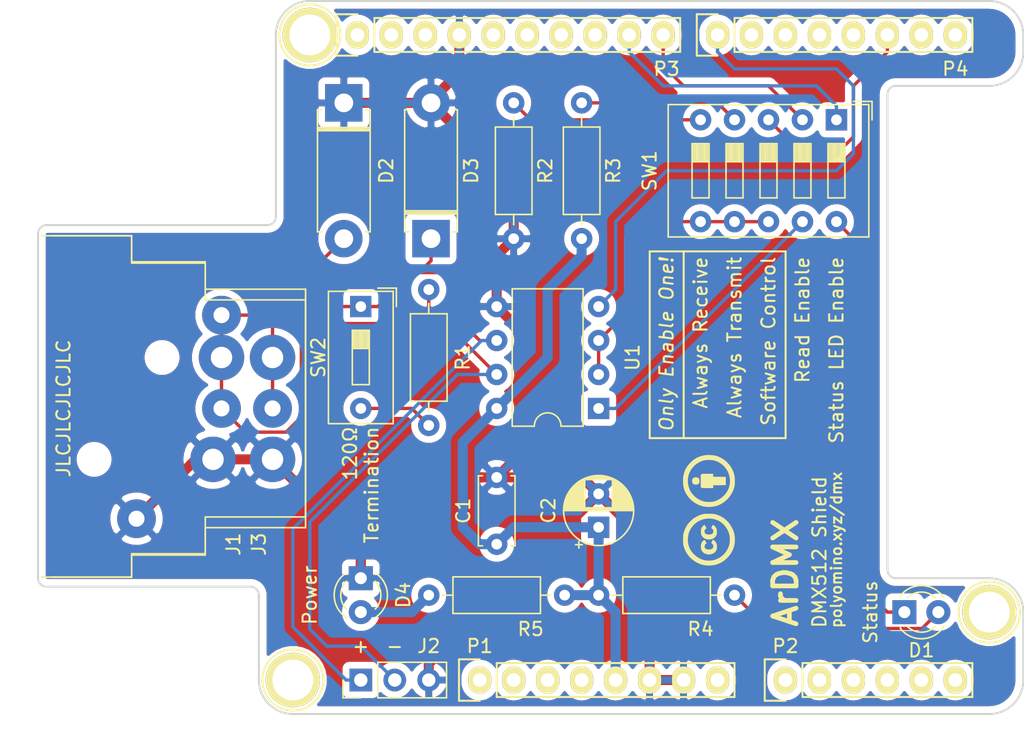
<source format=kicad_pcb>
(kicad_pcb (version 20171130) (host pcbnew "(5.1.5)-3")
  (title_block (date "lun. 30 mars 2015"))
  (layers (0 F.Cu signal) (31 B.Cu signal) (34 B.Paste user) (35 F.Paste user) (36 B.SilkS user) (37 F.SilkS user) (38 B.Mask user) (39 F.Mask user) (44 Edge.Cuts user))
  (net 0 "")
  (net 1 /IOREF)
  (net 2 /Reset)
  (net 3 +5V)
  (net 4 GND)
  (net 5 /Vin)
  (net 6 /A0)
  (net 7 /A1)
  (net 8 /A2)
  (net 9 /A3)
  (net 10 /AREF)
  (net 11 "/A4(SDA)")
  (net 12 "/A5(SCL)")
  (net 13 "/9(**)")
  (net 14 /8)
  (net 15 /7)
  (net 16 "/6(**)")
  (net 17 "/5(**)")
  (net 18 /4)
  (net 19 "/3(**)")
  (net 20 /2)
  (net 21 "/1(Tx)")
  (net 22 "/0(Rx)")
  (net 23 "Net-(P5-Pad1)")
  (net 24 "Net-(P6-Pad1)")
  (net 25 "Net-(P7-Pad1)")
  (net 26 "/13(SCK)")
  (net 27 "/10(**/SS)")
  (net 28 "Net-(P1-Pad1)")
  (net 29 +3V3)
  (net 30 "/12(MISO)")
  (net 31 "/11(**/MOSI)")
  (net 32 "Net-(R1-Pad2)")
  (net 33 "Net-(R2-Pad1)")
  (net 34 "Net-(R3-Pad1)")
  (net 35 /StatusLED)
  (net 36 /ReadOutput)
  (net 37 /ReadWriteControl)
  (net 38 /DMX+)
  (net 39 /DMX-)
  (net 40 "Net-(D1-Pad2)")
  (net 41 "/A5(SCL)2")
  (net 42 "/A4(SDA)2")
  (net 43 "Net-(D4-Pad2)")
  (module Connector_Audio:Jack_XLR_Neutrik_NC5FAH-DA_Horizontal (layer F.Cu) (at 123.449 107.315 180)
    (fp_text reference J1 (at 2.926 -6.35 270) (layer F.SilkS))
    (fp_text value XLR5)
    (pad 3 thru_hole circle (at 0 3.81 180) (size 2.9 2.9) (drill 1.2) (layers *.Cu *.Mask) (net 38 /DMX+))
    (pad G thru_hole circle (at 10.17 -4.44 180) (size 2.9 2.9) (drill 1.2) (layers *.Cu *.Mask) (net 4 GND))
    (pad 5 thru_hole circle (at 0 7.62 180) (size 3.4 3.4) (drill 1.6) (layers *.Cu *.Mask) (net 38 /DMX+))
    (pad "" np_thru_hole circle (at 8.26 7.62 180) (size 1.6 1.6) (drill 1.6) (layers *.Cu *.Mask))
    (pad "" np_thru_hole circle (at 13.34 0 180) (size 1.6 1.6) (drill 1.6) (layers *.Cu *.Mask))
    (pad 4 thru_hole circle (at 3.815 10.79 180) (size 2.9 2.9) (drill 1.2) (layers *.Cu *.Mask) (net 39 /DMX-))
    (pad 2 thru_hole circle (at 3.815 3.81 180) (size 2.9 2.9) (drill 1.2) (layers *.Cu *.Mask) (net 39 /DMX-))
    (pad 1 thru_hole circle (at 0 0 180) (size 3.4 3.4) (drill 1.6) (layers *.Cu *.Mask) (net 4 GND))
  )
  (module Logo:license (layer F.Cu) (at 156.083 111.125 90)
    (fp_text reference G*** hide)
    (fp_text value LOGO hide)
  )
  (module Connector_Audio:Jack_XLR_Neutrik_NC3FAH1-DA_Horizontal (layer F.Cu) (at 118.999 107.315 180)
    (fp_text reference J3 (at -3.429 -6.35 90) (layer F.SilkS))
    (fp_text value XLR3)
    (pad 2 thru_hole circle (at -0.635 7.62 180) (size 3.4 3.4) (drill 1.6) (layers *.Cu *.Mask) (net 39 /DMX-))
    (pad 1 thru_hole circle (at 0 0 180) (size 3.4 3.4) (drill 1.6) (layers *.Cu *.Mask) (net 4 GND))
  )
  (module Connector_PinHeader_2.54mm:PinHeader_1x03_P2.54mm_Vertical (layer F.Cu) (at 130.048 123.825 90)
    (fp_text reference J2 (at 2.54 5.08 180) (layer F.SilkS))
    (fp_text value Conn_01x03)
    (pad 3 thru_hole oval (at 0 5.08 90) (size 1.7 1.7) (drill 1) (layers *.Cu *.Mask) (net 4 GND))
    (pad 2 thru_hole oval (at 0 2.54 90) (size 1.7 1.7) (drill 1) (layers *.Cu *.Mask) (net 39 /DMX-))
    (pad 1 thru_hole rect (at 0 0 90) (size 1.7 1.7) (drill 1) (layers *.Cu *.Mask) (net 38 /DMX+))
  )
  (module LED_THT:LED_D3.0mm (layer F.Cu) (at 130.048 116.205 270)
    (fp_text reference D4 (at 1.27 -3.175 90) (layer F.SilkS))
    (fp_text value LED)
    (pad 2 thru_hole circle (at 2.54 0 270) (size 1.8 1.8) (drill 0.9) (layers *.Cu *.Mask) (net 43 "Net-(D4-Pad2)"))
    (pad 1 thru_hole rect (at 0 0 270) (size 1.8 1.8) (drill 0.9) (layers *.Cu *.Mask) (net 4 GND))
  )
  (module Resistor_THT:R_Axial_DIN0207_L6.3mm_D2.5mm_P10.16mm_Horizontal (layer F.Cu) (at 145.288 117.475 180)
    (fp_text reference R5 (at 2.54 -2.54 180) (layer F.SilkS))
    (fp_text value 220R)
    (pad 2 thru_hole oval (at 10.16 0 180) (size 1.6 1.6) (drill 0.8) (layers *.Cu *.Mask) (net 43 "Net-(D4-Pad2)"))
    (pad 1 thru_hole circle (at 0 0 180) (size 1.6 1.6) (drill 0.8) (layers *.Cu *.Mask) (net 3 +5V))
  )
  (module Button_Switch_THT:SW_DIP_SPSTx01_Slide_9.78x4.72mm_W7.62mm_P2.54mm (layer F.Cu) (at 130.048 95.885 270)
    (fp_text reference SW2 (at 3.81 3.175 90) (layer F.SilkS))
    (fp_text value SW_DIP_x01)
    (pad 2 thru_hole oval (at 7.62 0 270) (size 1.6 1.6) (drill 0.8) (layers *.Cu *.Mask) (net 32 "Net-(R1-Pad2)"))
    (pad 1 thru_hole rect (at 0 0 270) (size 1.6 1.6) (drill 0.8) (layers *.Cu *.Mask) (net 38 /DMX+))
  )
  (module Diode_THT:D_5W_P10.16mm_Horizontal (layer F.Cu) (at 135.298 90.805 90)
    (fp_text reference D3 (at 5.08 3.005 90) (layer F.SilkS))
    (fp_text value D_Zener)
    (pad 2 thru_hole oval (at 10.16 0 90) (size 2.8 2.8) (drill 1.4) (layers *.Cu *.Mask) (net 4 GND))
    (pad 1 thru_hole rect (at 0 0 90) (size 2.8 2.8) (drill 1.4) (layers *.Cu *.Mask) (net 38 /DMX+))
  )
  (module Diode_THT:D_5W_P10.16mm_Horizontal (layer F.Cu) (at 128.778 80.645 270)
    (fp_text reference D2 (at 5.08 -3.175 90) (layer F.SilkS))
    (fp_text value D_Zener)
    (pad 2 thru_hole oval (at 10.16 0 270) (size 2.8 2.8) (drill 1.4) (layers *.Cu *.Mask) (net 39 /DMX-))
    (pad 1 thru_hole rect (at 0 0 270) (size 2.8 2.8) (drill 1.4) (layers *.Cu *.Mask) (net 4 GND))
  )
  (module Button_Switch_THT:SW_DIP_SPSTx05_Slide_9.78x14.88mm_W7.62mm_P2.54mm (layer F.Cu) (at 165.608 81.915 270)
    (fp_text reference SW1 (at 3.81 13.97 90) (layer F.SilkS))
    (fp_text value SW_DIP_x05)
    (pad 10 thru_hole oval (at 7.62 0 270) (size 1.6 1.6) (drill 0.8) (layers *.Cu *.Mask) (net 35 /StatusLED))
    (pad 5 thru_hole oval (at 0 10.16 270) (size 1.6 1.6) (drill 0.8) (layers *.Cu *.Mask) (net 33 "Net-(R2-Pad1)"))
    (pad 9 thru_hole oval (at 7.62 2.54 270) (size 1.6 1.6) (drill 0.8) (layers *.Cu *.Mask) (net 36 /ReadOutput))
    (pad 4 thru_hole oval (at 0 7.62 270) (size 1.6 1.6) (drill 0.8) (layers *.Cu *.Mask) (net 34 "Net-(R3-Pad1)"))
    (pad 8 thru_hole oval (at 7.62 5.08 270) (size 1.6 1.6) (drill 0.8) (layers *.Cu *.Mask) (net 37 /ReadWriteControl))
    (pad 3 thru_hole oval (at 0 5.08 270) (size 1.6 1.6) (drill 0.8) (layers *.Cu *.Mask) (net 20 /2))
    (pad 7 thru_hole oval (at 7.62 7.62 270) (size 1.6 1.6) (drill 0.8) (layers *.Cu *.Mask) (net 37 /ReadWriteControl))
    (pad 2 thru_hole oval (at 0 2.54 270) (size 1.6 1.6) (drill 0.8) (layers *.Cu *.Mask) (net 14 /8))
    (pad 6 thru_hole oval (at 7.62 10.16 270) (size 1.6 1.6) (drill 0.8) (layers *.Cu *.Mask) (net 37 /ReadWriteControl))
    (pad 1 thru_hole rect (at 0 0 270) (size 1.6 1.6) (drill 0.8) (layers *.Cu *.Mask) (net 13 "/9(**)"))
  )
  (module Capacitor_THT:CP_Radial_D5.0mm_P2.50mm (layer F.Cu) (at 147.828 112.395 90)
    (fp_text reference C2 (at 1.25 -3.75 90) (layer F.SilkS))
    (fp_text value 10uF)
    (pad 2 thru_hole circle (at 2.5 0 90) (size 1.6 1.6) (drill 0.8) (layers *.Cu *.Mask) (net 4 GND))
    (pad 1 thru_hole rect (at 0 0 90) (size 1.6 1.6) (drill 0.8) (layers *.Cu *.Mask) (net 3 +5V))
  )
  (module Capacitor_THT:C_Disc_D5.0mm_W2.5mm_P5.00mm (layer F.Cu) (at 140.208 113.665 90)
    (fp_text reference C1 (at 2.5 -2.5 90) (layer F.SilkS))
    (fp_text value 2.2nF)
    (pad 2 thru_hole circle (at 5 0 90) (size 1.6 1.6) (drill 0.8) (layers *.Cu *.Mask) (net 4 GND))
    (pad 1 thru_hole circle (at 0 0 90) (size 1.6 1.6) (drill 0.8) (layers *.Cu *.Mask) (net 3 +5V))
  )
  (module Resistor_THT:R_Axial_DIN0207_L6.3mm_D2.5mm_P10.16mm_Horizontal (layer F.Cu) (at 147.828 117.475)
    (fp_text reference R4 (at 7.62 2.54 180) (layer F.SilkS))
    (fp_text value 220R)
    (pad 2 thru_hole oval (at 10.16 0) (size 1.6 1.6) (drill 0.8) (layers *.Cu *.Mask) (net 40 "Net-(D1-Pad2)"))
    (pad 1 thru_hole circle (at 0 0) (size 1.6 1.6) (drill 0.8) (layers *.Cu *.Mask) (net 3 +5V))
  )
  (module LED_THT:LED_D3.0mm (layer F.Cu) (at 170.688 118.745)
    (fp_text reference D1 (at 1.27 2.8575 180) (layer F.SilkS))
    (fp_text value LED)
    (pad 2 thru_hole circle (at 2.54 0) (size 1.8 1.8) (drill 0.9) (layers *.Cu *.Mask) (net 40 "Net-(D1-Pad2)"))
    (pad 1 thru_hole rect (at 0 0) (size 1.8 1.8) (drill 0.9) (layers *.Cu *.Mask) (net 35 /StatusLED))
  )
  (module Resistor_THT:R_Axial_DIN0207_L6.3mm_D2.5mm_P10.16mm_Horizontal (layer F.Cu) (at 146.558 80.645 270)
    (fp_text reference R3 (at 5.08 -2.37 90) (layer F.SilkS))
    (fp_text value 10K)
    (pad 2 thru_hole oval (at 10.16 0 270) (size 1.6 1.6) (drill 0.8) (layers *.Cu *.Mask) (net 3 +5V))
    (pad 1 thru_hole circle (at 0 0 270) (size 1.6 1.6) (drill 0.8) (layers *.Cu *.Mask) (net 34 "Net-(R3-Pad1)"))
  )
  (module Resistor_THT:R_Axial_DIN0207_L6.3mm_D2.5mm_P10.16mm_Horizontal (layer F.Cu) (at 141.478 80.645 270)
    (fp_text reference R2 (at 5.08 -2.37 90) (layer F.SilkS))
    (fp_text value 10K)
    (pad 2 thru_hole oval (at 10.16 0 270) (size 1.6 1.6) (drill 0.8) (layers *.Cu *.Mask) (net 4 GND))
    (pad 1 thru_hole circle (at 0 0 270) (size 1.6 1.6) (drill 0.8) (layers *.Cu *.Mask) (net 33 "Net-(R2-Pad1)"))
  )
  (module Resistor_THT:R_Axial_DIN0207_L6.3mm_D2.5mm_P10.16mm_Horizontal (layer F.Cu) (at 135.128 94.615 270)
    (fp_text reference R1 (at 5.08 -2.54 90) (layer F.SilkS))
    (fp_text value 120R)
    (pad 2 thru_hole oval (at 10.16 0 270) (size 1.6 1.6) (drill 0.8) (layers *.Cu *.Mask) (net 32 "Net-(R1-Pad2)"))
    (pad 1 thru_hole circle (at 0 0 270) (size 1.6 1.6) (drill 0.8) (layers *.Cu *.Mask) (net 39 /DMX-))
  )
  (module Package_DIP:DIP-8_W7.62mm (layer F.Cu) (at 147.828 103.505 180)
    (fp_text reference U1 (at -2.54 3.81 90) (layer F.SilkS))
    (fp_text value MAX485)
    (pad 8 thru_hole oval (at 7.62 0 180) (size 1.6 1.6) (drill 0.8) (layers *.Cu *.Mask) (net 3 +5V))
    (pad 4 thru_hole oval (at 0 7.62 180) (size 1.6 1.6) (drill 0.8) (layers *.Cu *.Mask) (net 15 /7))
    (pad 7 thru_hole oval (at 7.62 2.54 180) (size 1.6 1.6) (drill 0.8) (layers *.Cu *.Mask) (net 39 /DMX-))
    (pad 3 thru_hole oval (at 0 5.08 180) (size 1.6 1.6) (drill 0.8) (layers *.Cu *.Mask) (net 37 /ReadWriteControl))
    (pad 6 thru_hole oval (at 7.62 5.08 180) (size 1.6 1.6) (drill 0.8) (layers *.Cu *.Mask) (net 38 /DMX+))
    (pad 2 thru_hole oval (at 0 2.54 180) (size 1.6 1.6) (drill 0.8) (layers *.Cu *.Mask) (net 37 /ReadWriteControl))
    (pad 5 thru_hole oval (at 7.62 7.62 180) (size 1.6 1.6) (drill 0.8) (layers *.Cu *.Mask) (net 4 GND))
    (pad 1 thru_hole rect (at 0 0 180) (size 1.6 1.6) (drill 0.8) (layers *.Cu *.Mask) (net 36 /ReadOutput))
  )
  (module Socket_Arduino_Uno:Socket_Strip_Arduino_1x08 (layer F.Cu) (at 138.938 123.825)
    (fp_text reference P1 (at 0 -2.54) (layer F.SilkS))
    (fp_text value Power)
    (pad 1 thru_hole oval (at 0 0) (size 1.7272 2.032) (drill 1.016) (layers *.Cu *.Mask F.SilkS) (net 28 "Net-(P1-Pad1)"))
    (pad 2 thru_hole oval (at 2.54 0) (size 1.7272 2.032) (drill 1.016) (layers *.Cu *.Mask F.SilkS) (net 1 /IOREF))
    (pad 3 thru_hole oval (at 5.08 0) (size 1.7272 2.032) (drill 1.016) (layers *.Cu *.Mask F.SilkS) (net 2 /Reset))
    (pad 4 thru_hole oval (at 7.62 0) (size 1.7272 2.032) (drill 1.016) (layers *.Cu *.Mask F.SilkS) (net 29 +3V3))
    (pad 5 thru_hole oval (at 10.16 0) (size 1.7272 2.032) (drill 1.016) (layers *.Cu *.Mask F.SilkS) (net 3 +5V))
    (pad 6 thru_hole oval (at 12.7 0) (size 1.7272 2.032) (drill 1.016) (layers *.Cu *.Mask F.SilkS) (net 4 GND))
    (pad 7 thru_hole oval (at 15.24 0) (size 1.7272 2.032) (drill 1.016) (layers *.Cu *.Mask F.SilkS) (net 4 GND))
    (pad 8 thru_hole oval (at 17.78 0) (size 1.7272 2.032) (drill 1.016) (layers *.Cu *.Mask F.SilkS) (net 5 /Vin))
  )
  (module Socket_Arduino_Uno:Socket_Strip_Arduino_1x06 (layer F.Cu) (at 161.798 123.825)
    (fp_text reference P2 (at 0 -2.54) (layer F.SilkS))
    (fp_text value Analog)
    (pad 1 thru_hole oval (at 0 0) (size 1.7272 2.032) (drill 1.016) (layers *.Cu *.Mask F.SilkS) (net 6 /A0))
    (pad 2 thru_hole oval (at 2.54 0) (size 1.7272 2.032) (drill 1.016) (layers *.Cu *.Mask F.SilkS) (net 7 /A1))
    (pad 3 thru_hole oval (at 5.08 0) (size 1.7272 2.032) (drill 1.016) (layers *.Cu *.Mask F.SilkS) (net 8 /A2))
    (pad 4 thru_hole oval (at 7.62 0) (size 1.7272 2.032) (drill 1.016) (layers *.Cu *.Mask F.SilkS) (net 9 /A3))
    (pad 5 thru_hole oval (at 10.16 0) (size 1.7272 2.032) (drill 1.016) (layers *.Cu *.Mask F.SilkS) (net 11 "/A4(SDA)"))
    (pad 6 thru_hole oval (at 12.7 0) (size 1.7272 2.032) (drill 1.016) (layers *.Cu *.Mask F.SilkS) (net 12 "/A5(SCL)"))
  )
  (module Socket_Arduino_Uno:Socket_Strip_Arduino_1x10 (layer F.Cu) (at 129.794 75.565)
    (fp_text reference P3 (at 23.114 2.54) (layer F.SilkS))
    (fp_text value Digital)
    (pad 1 thru_hole oval (at 0 0) (size 1.7272 2.032) (drill 1.016) (layers *.Cu *.Mask F.SilkS) (net 41 "/A5(SCL)2"))
    (pad 2 thru_hole oval (at 2.54 0) (size 1.7272 2.032) (drill 1.016) (layers *.Cu *.Mask F.SilkS) (net 42 "/A4(SDA)2"))
    (pad 3 thru_hole oval (at 5.08 0) (size 1.7272 2.032) (drill 1.016) (layers *.Cu *.Mask F.SilkS) (net 10 /AREF))
    (pad 4 thru_hole oval (at 7.62 0) (size 1.7272 2.032) (drill 1.016) (layers *.Cu *.Mask F.SilkS) (net 4 GND))
    (pad 5 thru_hole oval (at 10.16 0) (size 1.7272 2.032) (drill 1.016) (layers *.Cu *.Mask F.SilkS) (net 26 "/13(SCK)"))
    (pad 6 thru_hole oval (at 12.7 0) (size 1.7272 2.032) (drill 1.016) (layers *.Cu *.Mask F.SilkS) (net 30 "/12(MISO)"))
    (pad 7 thru_hole oval (at 15.24 0) (size 1.7272 2.032) (drill 1.016) (layers *.Cu *.Mask F.SilkS) (net 31 "/11(**/MOSI)"))
    (pad 8 thru_hole oval (at 17.78 0) (size 1.7272 2.032) (drill 1.016) (layers *.Cu *.Mask F.SilkS) (net 27 "/10(**/SS)"))
    (pad 9 thru_hole oval (at 20.32 0) (size 1.7272 2.032) (drill 1.016) (layers *.Cu *.Mask F.SilkS) (net 13 "/9(**)"))
    (pad 10 thru_hole oval (at 22.86 0) (size 1.7272 2.032) (drill 1.016) (layers *.Cu *.Mask F.SilkS) (net 14 /8))
  )
  (module Socket_Arduino_Uno:Socket_Strip_Arduino_1x08 (layer F.Cu) (at 156.718 75.565)
    (fp_text reference P4 (at 17.78 2.54) (layer F.SilkS))
    (fp_text value Digital)
    (pad 1 thru_hole oval (at 0 0) (size 1.7272 2.032) (drill 1.016) (layers *.Cu *.Mask F.SilkS) (net 15 /7))
    (pad 2 thru_hole oval (at 2.54 0) (size 1.7272 2.032) (drill 1.016) (layers *.Cu *.Mask F.SilkS) (net 16 "/6(**)"))
    (pad 3 thru_hole oval (at 5.08 0) (size 1.7272 2.032) (drill 1.016) (layers *.Cu *.Mask F.SilkS) (net 17 "/5(**)"))
    (pad 4 thru_hole oval (at 7.62 0) (size 1.7272 2.032) (drill 1.016) (layers *.Cu *.Mask F.SilkS) (net 18 /4))
    (pad 5 thru_hole oval (at 10.16 0) (size 1.7272 2.032) (drill 1.016) (layers *.Cu *.Mask F.SilkS) (net 19 "/3(**)"))
    (pad 6 thru_hole oval (at 12.7 0) (size 1.7272 2.032) (drill 1.016) (layers *.Cu *.Mask F.SilkS) (net 20 /2))
    (pad 7 thru_hole oval (at 15.24 0) (size 1.7272 2.032) (drill 1.016) (layers *.Cu *.Mask F.SilkS) (net 21 "/1(Tx)"))
    (pad 8 thru_hole oval (at 17.78 0) (size 1.7272 2.032) (drill 1.016) (layers *.Cu *.Mask F.SilkS) (net 22 "/0(Rx)"))
  )
  (module Socket_Arduino_Uno:Arduino_1pin (layer F.Cu) (at 124.968 123.825)
    (fp_text reference P5 hide)
    (fp_text value CONN_01X01 hide)
    (pad 1 thru_hole circle (at 0 0) (size 4.064 4.064) (drill 3.048) (layers *.Cu *.Mask F.SilkS) (net 23 "Net-(P5-Pad1)"))
  )
  (module Socket_Arduino_Uno:Arduino_1pin (layer F.Cu) (at 177.038 118.745)
    (fp_text reference P6 hide)
    (fp_text value CONN_01X01 hide)
    (pad 1 thru_hole circle (at 0 0) (size 4.064 4.064) (drill 3.048) (layers *.Cu *.Mask F.SilkS) (net 24 "Net-(P6-Pad1)"))
  )
  (module Socket_Arduino_Uno:Arduino_1pin (layer F.Cu) (at 126.238 75.565)
    (fp_text reference P7 hide)
    (fp_text value CONN_01X01 hide)
    (pad 1 thru_hole circle (at 0 0) (size 4.064 4.064) (drill 3.048) (layers *.Cu *.Mask F.SilkS) (net 25 "Net-(P7-Pad1)"))
  )
  (gr_arc (start 106.553 90.424) (end 106.553 89.789) (angle -90) (layer Edge.Cuts) (width 0.15))
  (gr_arc (start 106.553 116.205) (end 105.918 116.205) (angle -90) (layer Edge.Cuts) (width 0.15))
  (gr_arc (start 170.053 115.57) (end 169.418 115.57) (angle -90) (layer Edge.Cuts) (width 0.15))
  (gr_arc (start 170.053 80.01) (end 170.053 79.375) (angle -90) (layer Edge.Cuts) (width 0.15))
  (gr_arc (start 123.063 89.154) (end 123.063 89.789) (angle -90) (layer Edge.Cuts) (width 0.15))
  (gr_arc (start 121.793 117.475) (end 122.428 117.475) (angle -90) (layer Edge.Cuts) (width 0.15))
  (gr_arc (start 124.968 123.825) (end 122.428 123.825) (angle -90) (layer Edge.Cuts) (width 0.15))
  (gr_arc (start 177.038 123.825) (end 177.038 126.365) (angle -90) (layer Edge.Cuts) (width 0.15))
  (gr_arc (start 177.038 118.745) (end 179.578 118.745) (angle -90) (layer Edge.Cuts) (width 0.15))
  (gr_arc (start 177.038 76.835) (end 177.038 79.375) (angle -90) (layer Edge.Cuts) (width 0.15))
  (gr_arc (start 177.038 75.565) (end 179.578 75.565) (angle -90) (layer Edge.Cuts) (width 0.15))
  (gr_arc (start 126.238 75.565) (end 126.238 73.025) (angle -90) (layer Edge.Cuts) (width 0.15))
  (gr_text JLCJLCJLCJLC (at 107.823 103.505 90) (layer F.SilkS) (effects (font (size 1 1))))
  (gr_text - (at 132.588 121.285) (layer F.SilkS) (effects (font (size 1 1))))
  (gr_text + (at 130.048 121.285) (layer F.SilkS) (effects (font (size 1 1))))
  (gr_text Status (at 168.148 118.745 90) (layer F.SilkS) (effects (font (size 1 1))))
  (gr_text Power (at 126.238 117.475 90) (layer F.SilkS) (effects (font (size 1 1))))
  (gr_text polyomino.xyz/dmx (at 165.608 120.015 90) (layer F.SilkS) (effects (font (size 0.8 0.8)) (justify left)))
  (gr_text "DMX512 Shield" (at 164.338 120.015 90) (layer F.SilkS) (effects (font (size 1 1)) (justify left)))
  (gr_text "ArDMX\n" (at 161.798 120.015 90) (layer F.SilkS) (effects (font (size 1.75 1.75) (thickness 0.35)) (justify left)))
  (gr_line (start 151.647234 105.72691) (end 161.807234 105.72691) (layer F.SilkS) (width 0.15))
  (gr_line (start 151.647234 91.75691) (end 151.647234 105.72691) (layer F.SilkS) (width 0.15))
  (gr_line (start 154.187234 91.75691) (end 151.647234 91.75691) (layer F.SilkS) (width 0.15))
  (gr_line (start 154.187234 91.75691) (end 154.187234 105.72691) (layer F.SilkS) (width 0.15))
  (gr_line (start 161.807234 91.75691) (end 154.187234 91.75691) (layer F.SilkS) (width 0.15))
  (gr_line (start 161.807234 91.75691) (end 161.807234 105.72691) (layer F.SilkS) (width 0.15))
  (gr_text "Only Enable One!" (at 152.908 92.075 90) (layer F.SilkS) (effects (font (size 1 1) (thickness 0.15) italic) (justify right)))
  (gr_text "Always Receive\n" (at 155.448 92.075 90) (layer F.SilkS) (effects (font (size 1 1)) (justify right)))
  (gr_text "Always Transmit\n" (at 157.988 92.075 90) (layer F.SilkS) (effects (font (size 1 1)) (justify right)))
  (gr_text "Software Control" (at 160.528 92.075 90) (layer F.SilkS) (effects (font (size 1 1)) (justify right)))
  (gr_text "Read Enable\n" (at 163.068 92.075 90) (layer F.SilkS) (effects (font (size 1 1)) (justify right)))
  (gr_text "Status LED Enable\n" (at 165.608 92.075 90) (layer F.SilkS) (effects (font (size 1 1)) (justify right)))
  (gr_text "120Ω\nTermination" (at 130.048 104.775 90) (layer F.SilkS) (effects (font (size 1 1)) (justify right)))
  (gr_line (start 121.793 116.84) (end 106.553 116.84) (layer Edge.Cuts) (width 0.15))
  (gr_line (start 122.428 123.825) (end 122.428 117.475) (layer Edge.Cuts) (width 0.15))
  (gr_line (start 123.063 89.789) (end 106.553 89.789) (layer Edge.Cuts) (width 0.15))
  (gr_line (start 123.698 75.565) (end 123.698 89.154) (layer Edge.Cuts) (width 0.15))
  (gr_line (start 177.038 79.375) (end 170.053 79.375) (layer Edge.Cuts) (width 0.15))
  (gr_line (start 170.053 116.205) (end 177.038 116.205) (layer Edge.Cuts) (width 0.15))
  (gr_line (start 179.578 123.825) (end 179.578 118.745) (layer Edge.Cuts) (width 0.15))
  (gr_line (start 179.578 76.835) (end 179.578 75.565) (angle 90) (layer Edge.Cuts) (width 0.15))
  (gr_line (start 169.418 115.57) (end 169.418 80.01) (angle 90) (layer Edge.Cuts) (width 0.15))
  (gr_line (start 124.968 126.365) (end 177.038 126.365) (angle 90) (layer Edge.Cuts) (width 0.15))
  (gr_line (start 105.918 90.424) (end 105.918 116.205) (angle 90) (layer Edge.Cuts) (width 0.15))
  (gr_line (start 177.038 73.025) (end 126.238 73.025) (angle 90) (layer Edge.Cuts) (width 0.15))
  (segment (start 149.098 118.745) (end 147.828 117.475) (width 0.75) (layer B.Cu) (net 3))
  (segment (start 149.098 123.825) (end 149.098 118.745) (width 0.75) (layer B.Cu) (net 3))
  (segment (start 147.828 117.475) (end 147.828 112.395) (width 0.75) (layer B.Cu) (net 3))
  (segment (start 141.478 112.395) (end 140.208 113.665) (width 0.75) (layer B.Cu) (net 3))
  (segment (start 147.828 112.395) (end 141.478 112.395) (width 0.75) (layer B.Cu) (net 3))
  (segment (start 140.208 113.665) (end 138.938 113.665) (width 0.75) (layer B.Cu) (net 3))
  (segment (start 138.938 113.665) (end 137.668 112.395) (width 0.75) (layer B.Cu) (net 3))
  (segment (start 137.668 106.045) (end 140.208 103.505) (width 0.75) (layer B.Cu) (net 3))
  (segment (start 137.668 112.395) (end 137.668 106.045) (width 0.75) (layer B.Cu) (net 3))
  (segment (start 146.558 92.075) (end 146.558 90.805) (width 0.75) (layer B.Cu) (net 3))
  (segment (start 144.018 94.615) (end 146.558 92.075) (width 0.75) (layer B.Cu) (net 3))
  (segment (start 140.208 103.505) (end 144.018 99.695) (width 0.75) (layer B.Cu) (net 3))
  (segment (start 144.018 99.695) (end 144.018 94.615) (width 0.75) (layer B.Cu) (net 3))
  (segment (start 147.828 117.475) (end 145.288 117.475) (width 0.75) (layer B.Cu) (net 3))
  (segment (start 140.208 108.665) (end 144.018 104.855) (width 0.75) (layer F.Cu) (net 4))
  (segment (start 144.018 99.695) (end 140.208 95.885) (width 0.75) (layer F.Cu) (net 4))
  (segment (start 144.018 104.855) (end 144.018 99.695) (width 0.75) (layer F.Cu) (net 4))
  (segment (start 140.208 92.075) (end 141.478 90.805) (width 0.75) (layer F.Cu) (net 4))
  (segment (start 140.208 95.885) (end 140.208 92.075) (width 0.75) (layer F.Cu) (net 4))
  (segment (start 141.478 86.825) (end 135.298 80.645) (width 0.75) (layer F.Cu) (net 4))
  (segment (start 141.478 90.805) (end 141.478 86.825) (width 0.75) (layer F.Cu) (net 4))
  (segment (start 128.778 80.645) (end 135.298 80.645) (width 0.75) (layer F.Cu) (net 4))
  (segment (start 135.298 80.645) (end 135.298 80.475) (width 0.75) (layer F.Cu) (net 4))
  (segment (start 137.414 78.359) (end 137.414 75.565) (width 0.75) (layer F.Cu) (net 4))
  (segment (start 135.298 80.475) (end 137.414 78.359) (width 0.75) (layer F.Cu) (net 4))
  (segment (start 146.598 108.665) (end 147.828 109.895) (width 0.75) (layer F.Cu) (net 4))
  (segment (start 140.208 108.665) (end 146.598 108.665) (width 0.75) (layer F.Cu) (net 4))
  (segment (start 147.828 109.895) (end 151.638 113.705) (width 0.75) (layer F.Cu) (net 4))
  (segment (start 154.178 123.825) (end 151.638 123.825) (width 0.75) (layer F.Cu) (net 4))
  (segment (start 137.208 108.665) (end 139.07663 108.665) (width 0.75) (layer F.Cu) (net 4))
  (segment (start 151.638 113.705) (end 151.638 123.825) (width 0.75) (layer F.Cu) (net 4))
  (segment (start 135.128 122.595) (end 147.828 109.895) (width 0.75) (layer F.Cu) (net 4))
  (segment (start 135.128 123.825) (end 135.128 122.595) (width 0.75) (layer F.Cu) (net 4))
  (segment (start 139.07663 108.665) (end 140.208 108.665) (width 0.75) (layer F.Cu) (net 4))
  (segment (start 135.938 108.665) (end 139.07663 108.665) (width 0.75) (layer F.Cu) (net 4))
  (segment (start 130.048 114.555) (end 135.938 108.665) (width 0.75) (layer F.Cu) (net 4))
  (segment (start 130.048 116.205) (end 130.048 114.555) (width 0.75) (layer F.Cu) (net 4))
  (segment (start 130.048 113.914) (end 123.449 107.315) (width 0.75) (layer F.Cu) (net 4))
  (segment (start 130.048 116.205) (end 130.048 113.914) (width 0.75) (layer F.Cu) (net 4))
  (segment (start 123.449 107.315) (end 118.999 107.315) (width 0.75) (layer F.Cu) (net 4))
  (segment (start 117.719 107.315) (end 118.999 107.315) (width 0.75) (layer F.Cu) (net 4))
  (segment (start 113.279 111.755) (end 117.719 107.315) (width 0.75) (layer F.Cu) (net 4))
  (segment (start 164.118 79.375) (end 152.658 79.375) (width 0.25) (layer B.Cu) (net 13))
  (segment (start 150.114 76.831) (end 150.114 75.565) (width 0.25) (layer B.Cu) (net 13))
  (segment (start 165.608 80.865) (end 164.118 79.375) (width 0.25) (layer B.Cu) (net 13))
  (segment (start 152.658 79.375) (end 150.114 76.831) (width 0.25) (layer B.Cu) (net 13))
  (segment (start 165.608 81.915) (end 165.608 80.865) (width 0.25) (layer B.Cu) (net 13))
  (segment (start 163.068 81.915) (end 160.528 79.375) (width 0.25) (layer F.Cu) (net 14))
  (segment (start 160.528 79.375) (end 154.178 79.375) (width 0.25) (layer F.Cu) (net 14))
  (segment (start 152.654 77.851) (end 152.654 75.565) (width 0.25) (layer F.Cu) (net 14))
  (segment (start 154.178 79.375) (end 152.654 77.851) (width 0.25) (layer F.Cu) (net 14))
  (segment (start 149.098 94.615) (end 147.828 95.885) (width 0.25) (layer B.Cu) (net 15))
  (segment (start 149.098 89.535) (end 149.098 94.615) (width 0.25) (layer B.Cu) (net 15))
  (segment (start 152.908 85.725) (end 149.098 89.535) (width 0.25) (layer B.Cu) (net 15))
  (segment (start 165.608 85.725) (end 152.908 85.725) (width 0.25) (layer B.Cu) (net 15))
  (segment (start 156.718 75.565) (end 156.718 76.831) (width 0.25) (layer B.Cu) (net 15))
  (segment (start 156.718 76.831) (end 157.992 78.105) (width 0.25) (layer B.Cu) (net 15))
  (segment (start 157.992 78.105) (end 165.608 78.105) (width 0.25) (layer B.Cu) (net 15))
  (segment (start 165.608 78.105) (end 166.878 79.375) (width 0.25) (layer B.Cu) (net 15))
  (segment (start 166.878 84.455) (end 165.608 85.725) (width 0.25) (layer B.Cu) (net 15))
  (segment (start 166.878 79.375) (end 166.878 84.455) (width 0.25) (layer B.Cu) (net 15))
  (segment (start 163.068 84.455) (end 160.528 81.915) (width 0.25) (layer F.Cu) (net 20))
  (segment (start 169.418 76.835) (end 168.148 78.105) (width 0.25) (layer F.Cu) (net 20))
  (segment (start 169.418 75.565) (end 169.418 76.835) (width 0.25) (layer F.Cu) (net 20))
  (segment (start 168.148 78.105) (end 166.878 79.375) (width 0.25) (layer F.Cu) (net 20))
  (segment (start 166.878 79.375) (end 166.878 83.185) (width 0.25) (layer F.Cu) (net 20))
  (segment (start 166.878 83.185) (end 165.608 84.455) (width 0.25) (layer F.Cu) (net 20))
  (segment (start 165.608 84.455) (end 163.068 84.455) (width 0.25) (layer F.Cu) (net 20))
  (segment (start 133.858 103.505) (end 135.128 104.775) (width 0.25) (layer F.Cu) (net 32))
  (segment (start 130.048 103.505) (end 133.858 103.505) (width 0.25) (layer F.Cu) (net 32))
  (segment (start 142.748 81.915) (end 155.448 81.915) (width 0.25) (layer F.Cu) (net 33))
  (segment (start 141.478 80.645) (end 142.748 81.915) (width 0.25) (layer F.Cu) (net 33))
  (segment (start 156.718 80.645) (end 157.988 81.915) (width 0.25) (layer F.Cu) (net 34))
  (segment (start 146.558 80.645) (end 156.718 80.645) (width 0.25) (layer F.Cu) (net 34))
  (segment (start 166.878 90.805) (end 166.878 116.205) (width 0.25) (layer F.Cu) (net 35))
  (segment (start 166.878 116.205) (end 169.418 118.745) (width 0.25) (layer F.Cu) (net 35))
  (segment (start 166.878 90.805) (end 165.608 89.535) (width 0.25) (layer F.Cu) (net 35))
  (segment (start 169.418 118.745) (end 170.688 118.745) (width 0.25) (layer F.Cu) (net 35))
  (segment (start 149.098 103.505) (end 147.828 103.505) (width 0.25) (layer B.Cu) (net 36))
  (segment (start 163.068 89.535) (end 149.098 103.505) (width 0.25) (layer B.Cu) (net 36))
  (segment (start 147.828 100.965) (end 147.828 98.425) (width 0.25) (layer F.Cu) (net 37))
  (segment (start 151.638 89.535) (end 155.448 89.535) (width 0.25) (layer F.Cu) (net 37))
  (segment (start 150.368 90.805) (end 151.638 89.535) (width 0.25) (layer F.Cu) (net 37))
  (segment (start 147.828 98.425) (end 150.368 95.885) (width 0.25) (layer F.Cu) (net 37))
  (segment (start 150.368 95.885) (end 150.368 90.805) (width 0.25) (layer F.Cu) (net 37))
  (segment (start 155.448 89.535) (end 157.988 89.535) (width 0.25) (layer F.Cu) (net 37))
  (segment (start 157.988 89.535) (end 160.528 89.535) (width 0.25) (layer F.Cu) (net 37))
  (segment (start 134.078 90.805) (end 135.298 90.805) (width 0.25) (layer F.Cu) (net 38))
  (segment (start 138.938 98.425) (end 140.208 98.425) (width 0.25) (layer F.Cu) (net 38))
  (segment (start 131.318 95.885) (end 133.858 93.345) (width 0.25) (layer F.Cu) (net 38))
  (segment (start 130.048 95.885) (end 131.318 95.885) (width 0.25) (layer F.Cu) (net 38))
  (segment (start 137.668 97.155) (end 138.938 98.425) (width 0.25) (layer F.Cu) (net 38))
  (segment (start 133.858 93.345) (end 136.398 93.345) (width 0.25) (layer F.Cu) (net 38))
  (segment (start 137.668 94.615) (end 137.668 97.155) (width 0.25) (layer F.Cu) (net 38))
  (segment (start 136.398 93.345) (end 137.668 94.615) (width 0.25) (layer F.Cu) (net 38))
  (segment (start 128.948 123.825) (end 124.968 119.845) (width 0.25) (layer B.Cu) (net 38))
  (segment (start 130.048 123.825) (end 128.948 123.825) (width 0.25) (layer B.Cu) (net 38))
  (segment (start 139.07663 98.425) (end 140.208 98.425) (width 0.25) (layer B.Cu) (net 38))
  (segment (start 124.968 112.53363) (end 139.07663 98.425) (width 0.25) (layer B.Cu) (net 38))
  (segment (start 124.968 119.845) (end 124.968 112.53363) (width 0.25) (layer B.Cu) (net 38))
  (segment (start 135.298 92.455) (end 134.408 93.345) (width 0.25) (layer F.Cu) (net 38))
  (segment (start 135.298 90.805) (end 135.298 92.455) (width 0.25) (layer F.Cu) (net 38))
  (segment (start 128.998 95.885) (end 130.048 95.885) (width 0.25) (layer F.Cu) (net 38))
  (segment (start 123.449 97.290837) (end 124.854837 95.885) (width 0.25) (layer F.Cu) (net 38))
  (segment (start 124.854837 95.885) (end 128.998 95.885) (width 0.25) (layer F.Cu) (net 38))
  (segment (start 123.449 99.695) (end 123.449 97.290837) (width 0.25) (layer F.Cu) (net 38))
  (segment (start 123.449 103.505) (end 123.449 99.695) (width 0.25) (layer F.Cu) (net 38))
  (segment (start 135.128 95.885) (end 140.208 100.965) (width 0.25) (layer F.Cu) (net 39))
  (segment (start 135.128 94.615) (end 135.128 95.885) (width 0.25) (layer F.Cu) (net 39))
  (segment (start 139.07663 100.965) (end 140.208 100.965) (width 0.25) (layer B.Cu) (net 39))
  (segment (start 137.272998 100.965) (end 139.07663 100.965) (width 0.25) (layer B.Cu) (net 39))
  (segment (start 132.588 123.825) (end 130.048 121.285) (width 0.25) (layer B.Cu) (net 39))
  (segment (start 126.238 120.015) (end 126.238 111.999998) (width 0.25) (layer B.Cu) (net 39))
  (segment (start 127.508 121.285) (end 126.238 120.015) (width 0.25) (layer B.Cu) (net 39))
  (segment (start 130.048 121.285) (end 127.508 121.285) (width 0.25) (layer B.Cu) (net 39))
  (segment (start 126.238 111.999998) (end 137.272998 100.965) (width 0.25) (layer B.Cu) (net 39))
  (segment (start 118.999 103.505) (end 118.999 103.632) (width 0.25) (layer F.Cu) (net 39))
  (segment (start 119.634 102.099163) (end 119.634 103.505) (width 0.25) (layer F.Cu) (net 39))
  (segment (start 119.634 99.695) (end 119.634 102.099163) (width 0.25) (layer F.Cu) (net 39))
  (segment (start 119.634 96.525) (end 119.634 99.695) (width 0.25) (layer F.Cu) (net 39))
  (segment (start 124.462999 105.280001) (end 125.603 104.14) (width 0.25) (layer F.Cu) (net 39))
  (segment (start 119.634 103.505) (end 121.409001 105.280001) (width 0.25) (layer F.Cu) (net 39))
  (segment (start 121.409001 105.280001) (end 124.462999 105.280001) (width 0.25) (layer F.Cu) (net 39))
  (segment (start 125.603 104.14) (end 125.603 98.425) (width 0.25) (layer F.Cu) (net 39))
  (segment (start 125.603 98.425) (end 126.873 97.155) (width 0.25) (layer F.Cu) (net 39))
  (segment (start 126.873 97.155) (end 133.858 97.155) (width 0.25) (layer F.Cu) (net 39))
  (segment (start 133.858 97.155) (end 135.128 95.885) (width 0.25) (layer F.Cu) (net 39))
  (segment (start 123.058 96.525) (end 119.634 96.525) (width 0.25) (layer F.Cu) (net 39))
  (segment (start 128.778 90.805) (end 123.058 96.525) (width 0.25) (layer F.Cu) (net 39))
  (segment (start 158.787999 118.274999) (end 157.988 117.475) (width 0.25) (layer F.Cu) (net 40))
  (segment (start 172.002999 119.970001) (end 160.483001 119.970001) (width 0.25) (layer F.Cu) (net 40))
  (segment (start 160.483001 119.970001) (end 158.787999 118.274999) (width 0.25) (layer F.Cu) (net 40))
  (segment (start 173.228 118.745) (end 172.002999 119.970001) (width 0.25) (layer F.Cu) (net 40))
  (segment (start 133.858 118.745) (end 130.048 118.745) (width 0.75) (layer B.Cu) (net 43))
  (segment (start 135.128 117.475) (end 133.858 118.745) (width 0.75) (layer B.Cu) (net 43))
  (zone (net 4) (net_name GND) (layer F.Cu) (connect_pads (clearance 0.508)) (min_thickness 0.254) (fill yes (arc_segments 32) (thermal_gap 0.508) (thermal_bridge_width 0.508))
    (polygon (pts (xy 179.578 73.025) (xy 179.578 126.365) (xy 105.918 126.365) (xy 105.918 73.025)))
  )
  (zone (net 4) (net_name GND) (layer B.Cu) (connect_pads (clearance 0.508)) (min_thickness 0.254) (fill yes (arc_segments 32) (thermal_gap 0.508) (thermal_bridge_width 0.508))
    (polygon (pts (xy 179.578 73.025) (xy 179.578 126.365) (xy 105.918 126.365) (xy 105.918 73.025)))
  )
)
</source>
